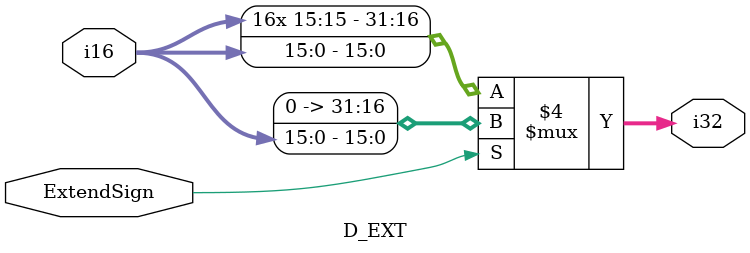
<source format=v>
`timescale 1ns / 1ps
`default_nettype none
module D_EXT(
    input wire [15:0] i16,
    output reg [31:0] i32,
    input wire ExtendSign
    );
    always @(*) begin
        if(ExtendSign == 0) begin
            i32 = {{16{i16[15]}},i16};
        end
        else begin
            i32 = {16'h0000,i16};
        end
    end
endmodule

</source>
